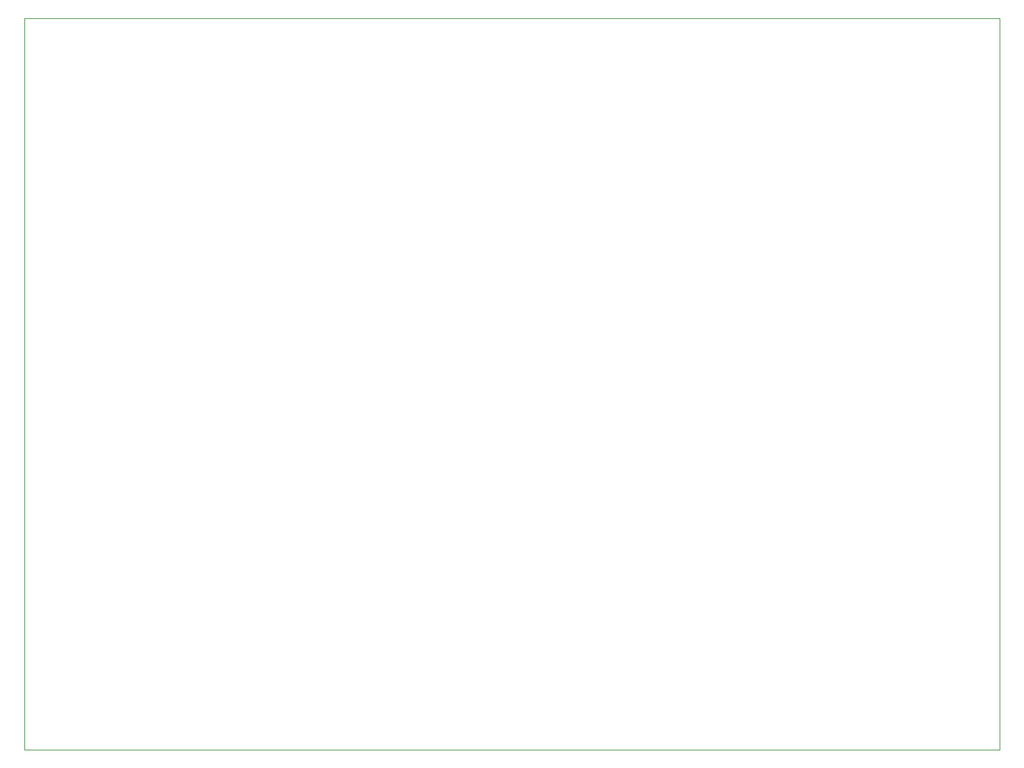
<source format=gbr>
G04 #@! TF.FileFunction,Profile,NP*
%FSLAX46Y46*%
G04 Gerber Fmt 4.6, Leading zero omitted, Abs format (unit mm)*
G04 Created by KiCad (PCBNEW 4.0.7) date 03/16/20 14:44:43*
%MOMM*%
%LPD*%
G01*
G04 APERTURE LIST*
%ADD10C,0.100000*%
%ADD11C,0.025400*%
G04 APERTURE END LIST*
D10*
D11*
X88265000Y-27305000D02*
X88265000Y-118745000D01*
X210185000Y-27305000D02*
X210185000Y-118745000D01*
X210185000Y-118745000D02*
X88265000Y-118745000D01*
X88265000Y-27305000D02*
X210185000Y-27305000D01*
M02*

</source>
